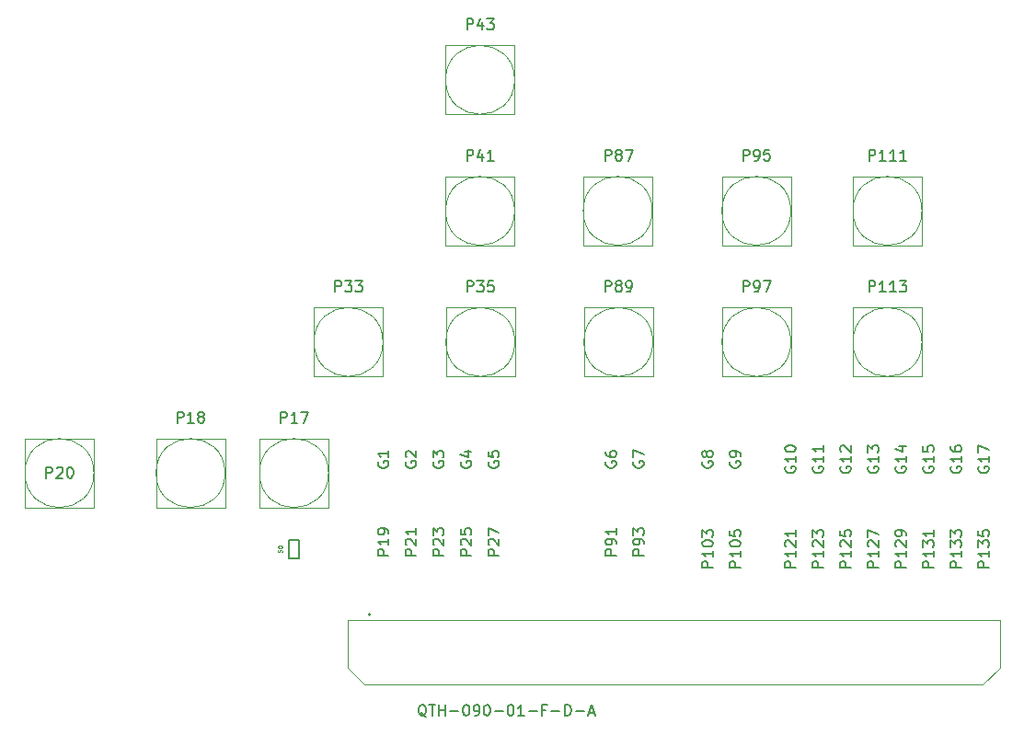
<source format=gbr>
%TF.GenerationSoftware,KiCad,Pcbnew,(6.0.8)*%
%TF.CreationDate,2022-10-28T14:48:27+02:00*%
%TF.ProjectId,XEM8350-BRK-MC1,58454d38-3335-4302-9d42-524b2d4d4331,rev?*%
%TF.SameCoordinates,Original*%
%TF.FileFunction,AssemblyDrawing,Top*%
%FSLAX46Y46*%
G04 Gerber Fmt 4.6, Leading zero omitted, Abs format (unit mm)*
G04 Created by KiCad (PCBNEW (6.0.8)) date 2022-10-28 14:48:27*
%MOMM*%
%LPD*%
G01*
G04 APERTURE LIST*
%ADD10C,0.098425*%
%ADD11C,0.150000*%
%ADD12C,0.127000*%
%ADD13C,0.100000*%
%ADD14C,0.200000*%
G04 APERTURE END LIST*
D10*
%TO.C,R1*%
X112179401Y-125188738D02*
X112179401Y-125376215D01*
X112366878Y-125394962D01*
X112348130Y-125376215D01*
X112329383Y-125338719D01*
X112329383Y-125244981D01*
X112348130Y-125207486D01*
X112366878Y-125188738D01*
X112404373Y-125169990D01*
X112498112Y-125169990D01*
X112535607Y-125188738D01*
X112554355Y-125207486D01*
X112573102Y-125244981D01*
X112573102Y-125338719D01*
X112554355Y-125376215D01*
X112535607Y-125394962D01*
X112179401Y-124926271D02*
X112179401Y-124888775D01*
X112198149Y-124851280D01*
X112216897Y-124832532D01*
X112254392Y-124813785D01*
X112329383Y-124795037D01*
X112423121Y-124795037D01*
X112498112Y-124813785D01*
X112535607Y-124832532D01*
X112554355Y-124851280D01*
X112573102Y-124888775D01*
X112573102Y-124926271D01*
X112554355Y-124963766D01*
X112535607Y-124982514D01*
X112498112Y-125001261D01*
X112423121Y-125020009D01*
X112329383Y-125020009D01*
X112254392Y-125001261D01*
X112216897Y-124982514D01*
X112198149Y-124963766D01*
X112179401Y-124926271D01*
D11*
%TO.C,MC1*%
X125837857Y-140532619D02*
X125742619Y-140485000D01*
X125647380Y-140389761D01*
X125504523Y-140246904D01*
X125409285Y-140199285D01*
X125314047Y-140199285D01*
X125361666Y-140437380D02*
X125266428Y-140389761D01*
X125171190Y-140294523D01*
X125123571Y-140104047D01*
X125123571Y-139770714D01*
X125171190Y-139580238D01*
X125266428Y-139485000D01*
X125361666Y-139437380D01*
X125552142Y-139437380D01*
X125647380Y-139485000D01*
X125742619Y-139580238D01*
X125790238Y-139770714D01*
X125790238Y-140104047D01*
X125742619Y-140294523D01*
X125647380Y-140389761D01*
X125552142Y-140437380D01*
X125361666Y-140437380D01*
X126075952Y-139437380D02*
X126647380Y-139437380D01*
X126361666Y-140437380D02*
X126361666Y-139437380D01*
X126980714Y-140437380D02*
X126980714Y-139437380D01*
X126980714Y-139913571D02*
X127552142Y-139913571D01*
X127552142Y-140437380D02*
X127552142Y-139437380D01*
X128028333Y-140056428D02*
X128790238Y-140056428D01*
X129456904Y-139437380D02*
X129552142Y-139437380D01*
X129647380Y-139485000D01*
X129695000Y-139532619D01*
X129742619Y-139627857D01*
X129790238Y-139818333D01*
X129790238Y-140056428D01*
X129742619Y-140246904D01*
X129695000Y-140342142D01*
X129647380Y-140389761D01*
X129552142Y-140437380D01*
X129456904Y-140437380D01*
X129361666Y-140389761D01*
X129314047Y-140342142D01*
X129266428Y-140246904D01*
X129218809Y-140056428D01*
X129218809Y-139818333D01*
X129266428Y-139627857D01*
X129314047Y-139532619D01*
X129361666Y-139485000D01*
X129456904Y-139437380D01*
X130266428Y-140437380D02*
X130456904Y-140437380D01*
X130552142Y-140389761D01*
X130599761Y-140342142D01*
X130695000Y-140199285D01*
X130742619Y-140008809D01*
X130742619Y-139627857D01*
X130695000Y-139532619D01*
X130647380Y-139485000D01*
X130552142Y-139437380D01*
X130361666Y-139437380D01*
X130266428Y-139485000D01*
X130218809Y-139532619D01*
X130171190Y-139627857D01*
X130171190Y-139865952D01*
X130218809Y-139961190D01*
X130266428Y-140008809D01*
X130361666Y-140056428D01*
X130552142Y-140056428D01*
X130647380Y-140008809D01*
X130695000Y-139961190D01*
X130742619Y-139865952D01*
X131361666Y-139437380D02*
X131456904Y-139437380D01*
X131552142Y-139485000D01*
X131599761Y-139532619D01*
X131647380Y-139627857D01*
X131695000Y-139818333D01*
X131695000Y-140056428D01*
X131647380Y-140246904D01*
X131599761Y-140342142D01*
X131552142Y-140389761D01*
X131456904Y-140437380D01*
X131361666Y-140437380D01*
X131266428Y-140389761D01*
X131218809Y-140342142D01*
X131171190Y-140246904D01*
X131123571Y-140056428D01*
X131123571Y-139818333D01*
X131171190Y-139627857D01*
X131218809Y-139532619D01*
X131266428Y-139485000D01*
X131361666Y-139437380D01*
X132123571Y-140056428D02*
X132885476Y-140056428D01*
X133552142Y-139437380D02*
X133647380Y-139437380D01*
X133742619Y-139485000D01*
X133790238Y-139532619D01*
X133837857Y-139627857D01*
X133885476Y-139818333D01*
X133885476Y-140056428D01*
X133837857Y-140246904D01*
X133790238Y-140342142D01*
X133742619Y-140389761D01*
X133647380Y-140437380D01*
X133552142Y-140437380D01*
X133456904Y-140389761D01*
X133409285Y-140342142D01*
X133361666Y-140246904D01*
X133314047Y-140056428D01*
X133314047Y-139818333D01*
X133361666Y-139627857D01*
X133409285Y-139532619D01*
X133456904Y-139485000D01*
X133552142Y-139437380D01*
X134837857Y-140437380D02*
X134266428Y-140437380D01*
X134552142Y-140437380D02*
X134552142Y-139437380D01*
X134456904Y-139580238D01*
X134361666Y-139675476D01*
X134266428Y-139723095D01*
X135266428Y-140056428D02*
X136028333Y-140056428D01*
X136837857Y-139913571D02*
X136504523Y-139913571D01*
X136504523Y-140437380D02*
X136504523Y-139437380D01*
X136980714Y-139437380D01*
X137361666Y-140056428D02*
X138123571Y-140056428D01*
X138599761Y-140437380D02*
X138599761Y-139437380D01*
X138837857Y-139437380D01*
X138980714Y-139485000D01*
X139075952Y-139580238D01*
X139123571Y-139675476D01*
X139171190Y-139865952D01*
X139171190Y-140008809D01*
X139123571Y-140199285D01*
X139075952Y-140294523D01*
X138980714Y-140389761D01*
X138837857Y-140437380D01*
X138599761Y-140437380D01*
X139599761Y-140056428D02*
X140361666Y-140056428D01*
X140790238Y-140151666D02*
X141266428Y-140151666D01*
X140695000Y-140437380D02*
X141028333Y-139437380D01*
X141361666Y-140437380D01*
%TO.C,P20*%
X90860714Y-118562380D02*
X90860714Y-117562380D01*
X91241666Y-117562380D01*
X91336904Y-117610000D01*
X91384523Y-117657619D01*
X91432142Y-117752857D01*
X91432142Y-117895714D01*
X91384523Y-117990952D01*
X91336904Y-118038571D01*
X91241666Y-118086190D01*
X90860714Y-118086190D01*
X91813095Y-117657619D02*
X91860714Y-117610000D01*
X91955952Y-117562380D01*
X92194047Y-117562380D01*
X92289285Y-117610000D01*
X92336904Y-117657619D01*
X92384523Y-117752857D01*
X92384523Y-117848095D01*
X92336904Y-117990952D01*
X91765476Y-118562380D01*
X92384523Y-118562380D01*
X93003571Y-117562380D02*
X93098809Y-117562380D01*
X93194047Y-117610000D01*
X93241666Y-117657619D01*
X93289285Y-117752857D01*
X93336904Y-117943333D01*
X93336904Y-118181428D01*
X93289285Y-118371904D01*
X93241666Y-118467142D01*
X93194047Y-118514761D01*
X93098809Y-118562380D01*
X93003571Y-118562380D01*
X92908333Y-118514761D01*
X92860714Y-118467142D01*
X92813095Y-118371904D01*
X92765476Y-118181428D01*
X92765476Y-117943333D01*
X92813095Y-117752857D01*
X92860714Y-117657619D01*
X92908333Y-117610000D01*
X93003571Y-117562380D01*
%TO.C,P25*%
X129992380Y-125674285D02*
X128992380Y-125674285D01*
X128992380Y-125293333D01*
X129040000Y-125198095D01*
X129087619Y-125150476D01*
X129182857Y-125102857D01*
X129325714Y-125102857D01*
X129420952Y-125150476D01*
X129468571Y-125198095D01*
X129516190Y-125293333D01*
X129516190Y-125674285D01*
X129087619Y-124721904D02*
X129040000Y-124674285D01*
X128992380Y-124579047D01*
X128992380Y-124340952D01*
X129040000Y-124245714D01*
X129087619Y-124198095D01*
X129182857Y-124150476D01*
X129278095Y-124150476D01*
X129420952Y-124198095D01*
X129992380Y-124769523D01*
X129992380Y-124150476D01*
X128992380Y-123245714D02*
X128992380Y-123721904D01*
X129468571Y-123769523D01*
X129420952Y-123721904D01*
X129373333Y-123626666D01*
X129373333Y-123388571D01*
X129420952Y-123293333D01*
X129468571Y-123245714D01*
X129563809Y-123198095D01*
X129801904Y-123198095D01*
X129897142Y-123245714D01*
X129944761Y-123293333D01*
X129992380Y-123388571D01*
X129992380Y-123626666D01*
X129944761Y-123721904D01*
X129897142Y-123769523D01*
%TO.C,P87*%
X142295714Y-89352380D02*
X142295714Y-88352380D01*
X142676666Y-88352380D01*
X142771904Y-88400000D01*
X142819523Y-88447619D01*
X142867142Y-88542857D01*
X142867142Y-88685714D01*
X142819523Y-88780952D01*
X142771904Y-88828571D01*
X142676666Y-88876190D01*
X142295714Y-88876190D01*
X143438571Y-88780952D02*
X143343333Y-88733333D01*
X143295714Y-88685714D01*
X143248095Y-88590476D01*
X143248095Y-88542857D01*
X143295714Y-88447619D01*
X143343333Y-88400000D01*
X143438571Y-88352380D01*
X143629047Y-88352380D01*
X143724285Y-88400000D01*
X143771904Y-88447619D01*
X143819523Y-88542857D01*
X143819523Y-88590476D01*
X143771904Y-88685714D01*
X143724285Y-88733333D01*
X143629047Y-88780952D01*
X143438571Y-88780952D01*
X143343333Y-88828571D01*
X143295714Y-88876190D01*
X143248095Y-88971428D01*
X143248095Y-89161904D01*
X143295714Y-89257142D01*
X143343333Y-89304761D01*
X143438571Y-89352380D01*
X143629047Y-89352380D01*
X143724285Y-89304761D01*
X143771904Y-89257142D01*
X143819523Y-89161904D01*
X143819523Y-88971428D01*
X143771904Y-88876190D01*
X143724285Y-88828571D01*
X143629047Y-88780952D01*
X144152857Y-88352380D02*
X144819523Y-88352380D01*
X144390952Y-89352380D01*
%TO.C,G3*%
X126500000Y-117054285D02*
X126452380Y-117149523D01*
X126452380Y-117292380D01*
X126500000Y-117435238D01*
X126595238Y-117530476D01*
X126690476Y-117578095D01*
X126880952Y-117625714D01*
X127023809Y-117625714D01*
X127214285Y-117578095D01*
X127309523Y-117530476D01*
X127404761Y-117435238D01*
X127452380Y-117292380D01*
X127452380Y-117197142D01*
X127404761Y-117054285D01*
X127357142Y-117006666D01*
X127023809Y-117006666D01*
X127023809Y-117197142D01*
X126452380Y-116673333D02*
X126452380Y-116054285D01*
X126833333Y-116387619D01*
X126833333Y-116244761D01*
X126880952Y-116149523D01*
X126928571Y-116101904D01*
X127023809Y-116054285D01*
X127261904Y-116054285D01*
X127357142Y-116101904D01*
X127404761Y-116149523D01*
X127452380Y-116244761D01*
X127452380Y-116530476D01*
X127404761Y-116625714D01*
X127357142Y-116673333D01*
%TO.C,G6*%
X142375000Y-117054285D02*
X142327380Y-117149523D01*
X142327380Y-117292380D01*
X142375000Y-117435238D01*
X142470238Y-117530476D01*
X142565476Y-117578095D01*
X142755952Y-117625714D01*
X142898809Y-117625714D01*
X143089285Y-117578095D01*
X143184523Y-117530476D01*
X143279761Y-117435238D01*
X143327380Y-117292380D01*
X143327380Y-117197142D01*
X143279761Y-117054285D01*
X143232142Y-117006666D01*
X142898809Y-117006666D01*
X142898809Y-117197142D01*
X142327380Y-116149523D02*
X142327380Y-116340000D01*
X142375000Y-116435238D01*
X142422619Y-116482857D01*
X142565476Y-116578095D01*
X142755952Y-116625714D01*
X143136904Y-116625714D01*
X143232142Y-116578095D01*
X143279761Y-116530476D01*
X143327380Y-116435238D01*
X143327380Y-116244761D01*
X143279761Y-116149523D01*
X143232142Y-116101904D01*
X143136904Y-116054285D01*
X142898809Y-116054285D01*
X142803571Y-116101904D01*
X142755952Y-116149523D01*
X142708333Y-116244761D01*
X142708333Y-116435238D01*
X142755952Y-116530476D01*
X142803571Y-116578095D01*
X142898809Y-116625714D01*
%TO.C,P97*%
X155001343Y-101417380D02*
X155001343Y-100417380D01*
X155382295Y-100417380D01*
X155477533Y-100465000D01*
X155525152Y-100512619D01*
X155572771Y-100607857D01*
X155572771Y-100750714D01*
X155525152Y-100845952D01*
X155477533Y-100893571D01*
X155382295Y-100941190D01*
X155001343Y-100941190D01*
X156048962Y-101417380D02*
X156239438Y-101417380D01*
X156334676Y-101369761D01*
X156382295Y-101322142D01*
X156477533Y-101179285D01*
X156525152Y-100988809D01*
X156525152Y-100607857D01*
X156477533Y-100512619D01*
X156429914Y-100465000D01*
X156334676Y-100417380D01*
X156144200Y-100417380D01*
X156048962Y-100465000D01*
X156001343Y-100512619D01*
X155953724Y-100607857D01*
X155953724Y-100845952D01*
X156001343Y-100941190D01*
X156048962Y-100988809D01*
X156144200Y-101036428D01*
X156334676Y-101036428D01*
X156429914Y-100988809D01*
X156477533Y-100941190D01*
X156525152Y-100845952D01*
X156858486Y-100417380D02*
X157525152Y-100417380D01*
X157096581Y-101417380D01*
%TO.C,P121*%
X159837380Y-126785476D02*
X158837380Y-126785476D01*
X158837380Y-126404523D01*
X158885000Y-126309285D01*
X158932619Y-126261666D01*
X159027857Y-126214047D01*
X159170714Y-126214047D01*
X159265952Y-126261666D01*
X159313571Y-126309285D01*
X159361190Y-126404523D01*
X159361190Y-126785476D01*
X159837380Y-125261666D02*
X159837380Y-125833095D01*
X159837380Y-125547380D02*
X158837380Y-125547380D01*
X158980238Y-125642619D01*
X159075476Y-125737857D01*
X159123095Y-125833095D01*
X158932619Y-124880714D02*
X158885000Y-124833095D01*
X158837380Y-124737857D01*
X158837380Y-124499761D01*
X158885000Y-124404523D01*
X158932619Y-124356904D01*
X159027857Y-124309285D01*
X159123095Y-124309285D01*
X159265952Y-124356904D01*
X159837380Y-124928333D01*
X159837380Y-124309285D01*
X159837380Y-123356904D02*
X159837380Y-123928333D01*
X159837380Y-123642619D02*
X158837380Y-123642619D01*
X158980238Y-123737857D01*
X159075476Y-123833095D01*
X159123095Y-123928333D01*
%TO.C,P131*%
X172537380Y-126785476D02*
X171537380Y-126785476D01*
X171537380Y-126404523D01*
X171585000Y-126309285D01*
X171632619Y-126261666D01*
X171727857Y-126214047D01*
X171870714Y-126214047D01*
X171965952Y-126261666D01*
X172013571Y-126309285D01*
X172061190Y-126404523D01*
X172061190Y-126785476D01*
X172537380Y-125261666D02*
X172537380Y-125833095D01*
X172537380Y-125547380D02*
X171537380Y-125547380D01*
X171680238Y-125642619D01*
X171775476Y-125737857D01*
X171823095Y-125833095D01*
X171537380Y-124928333D02*
X171537380Y-124309285D01*
X171918333Y-124642619D01*
X171918333Y-124499761D01*
X171965952Y-124404523D01*
X172013571Y-124356904D01*
X172108809Y-124309285D01*
X172346904Y-124309285D01*
X172442142Y-124356904D01*
X172489761Y-124404523D01*
X172537380Y-124499761D01*
X172537380Y-124785476D01*
X172489761Y-124880714D01*
X172442142Y-124928333D01*
X172537380Y-123356904D02*
X172537380Y-123928333D01*
X172537380Y-123642619D02*
X171537380Y-123642619D01*
X171680238Y-123737857D01*
X171775476Y-123833095D01*
X171823095Y-123928333D01*
%TO.C,P91*%
X143327380Y-125674285D02*
X142327380Y-125674285D01*
X142327380Y-125293333D01*
X142375000Y-125198095D01*
X142422619Y-125150476D01*
X142517857Y-125102857D01*
X142660714Y-125102857D01*
X142755952Y-125150476D01*
X142803571Y-125198095D01*
X142851190Y-125293333D01*
X142851190Y-125674285D01*
X143327380Y-124626666D02*
X143327380Y-124436190D01*
X143279761Y-124340952D01*
X143232142Y-124293333D01*
X143089285Y-124198095D01*
X142898809Y-124150476D01*
X142517857Y-124150476D01*
X142422619Y-124198095D01*
X142375000Y-124245714D01*
X142327380Y-124340952D01*
X142327380Y-124531428D01*
X142375000Y-124626666D01*
X142422619Y-124674285D01*
X142517857Y-124721904D01*
X142755952Y-124721904D01*
X142851190Y-124674285D01*
X142898809Y-124626666D01*
X142946428Y-124531428D01*
X142946428Y-124340952D01*
X142898809Y-124245714D01*
X142851190Y-124198095D01*
X142755952Y-124150476D01*
X143327380Y-123198095D02*
X143327380Y-123769523D01*
X143327380Y-123483809D02*
X142327380Y-123483809D01*
X142470238Y-123579047D01*
X142565476Y-123674285D01*
X142613095Y-123769523D01*
%TO.C,G5*%
X131580000Y-117054285D02*
X131532380Y-117149523D01*
X131532380Y-117292380D01*
X131580000Y-117435238D01*
X131675238Y-117530476D01*
X131770476Y-117578095D01*
X131960952Y-117625714D01*
X132103809Y-117625714D01*
X132294285Y-117578095D01*
X132389523Y-117530476D01*
X132484761Y-117435238D01*
X132532380Y-117292380D01*
X132532380Y-117197142D01*
X132484761Y-117054285D01*
X132437142Y-117006666D01*
X132103809Y-117006666D01*
X132103809Y-117197142D01*
X131532380Y-116101904D02*
X131532380Y-116578095D01*
X132008571Y-116625714D01*
X131960952Y-116578095D01*
X131913333Y-116482857D01*
X131913333Y-116244761D01*
X131960952Y-116149523D01*
X132008571Y-116101904D01*
X132103809Y-116054285D01*
X132341904Y-116054285D01*
X132437142Y-116101904D01*
X132484761Y-116149523D01*
X132532380Y-116244761D01*
X132532380Y-116482857D01*
X132484761Y-116578095D01*
X132437142Y-116625714D01*
%TO.C,P41*%
X129575398Y-89352380D02*
X129575398Y-88352380D01*
X129956350Y-88352380D01*
X130051588Y-88400000D01*
X130099207Y-88447619D01*
X130146826Y-88542857D01*
X130146826Y-88685714D01*
X130099207Y-88780952D01*
X130051588Y-88828571D01*
X129956350Y-88876190D01*
X129575398Y-88876190D01*
X131003969Y-88685714D02*
X131003969Y-89352380D01*
X130765874Y-88304761D02*
X130527779Y-89019047D01*
X131146826Y-89019047D01*
X132051588Y-89352380D02*
X131480160Y-89352380D01*
X131765874Y-89352380D02*
X131765874Y-88352380D01*
X131670636Y-88495238D01*
X131575398Y-88590476D01*
X131480160Y-88638095D01*
%TO.C,G10*%
X158885000Y-117530476D02*
X158837380Y-117625714D01*
X158837380Y-117768571D01*
X158885000Y-117911428D01*
X158980238Y-118006666D01*
X159075476Y-118054285D01*
X159265952Y-118101904D01*
X159408809Y-118101904D01*
X159599285Y-118054285D01*
X159694523Y-118006666D01*
X159789761Y-117911428D01*
X159837380Y-117768571D01*
X159837380Y-117673333D01*
X159789761Y-117530476D01*
X159742142Y-117482857D01*
X159408809Y-117482857D01*
X159408809Y-117673333D01*
X159837380Y-116530476D02*
X159837380Y-117101904D01*
X159837380Y-116816190D02*
X158837380Y-116816190D01*
X158980238Y-116911428D01*
X159075476Y-117006666D01*
X159123095Y-117101904D01*
X158837380Y-115911428D02*
X158837380Y-115816190D01*
X158885000Y-115720952D01*
X158932619Y-115673333D01*
X159027857Y-115625714D01*
X159218333Y-115578095D01*
X159456428Y-115578095D01*
X159646904Y-115625714D01*
X159742142Y-115673333D01*
X159789761Y-115720952D01*
X159837380Y-115816190D01*
X159837380Y-115911428D01*
X159789761Y-116006666D01*
X159742142Y-116054285D01*
X159646904Y-116101904D01*
X159456428Y-116149523D01*
X159218333Y-116149523D01*
X159027857Y-116101904D01*
X158932619Y-116054285D01*
X158885000Y-116006666D01*
X158837380Y-115911428D01*
%TO.C,P17*%
X112450714Y-113482380D02*
X112450714Y-112482380D01*
X112831666Y-112482380D01*
X112926904Y-112530000D01*
X112974523Y-112577619D01*
X113022142Y-112672857D01*
X113022142Y-112815714D01*
X112974523Y-112910952D01*
X112926904Y-112958571D01*
X112831666Y-113006190D01*
X112450714Y-113006190D01*
X113974523Y-113482380D02*
X113403095Y-113482380D01*
X113688809Y-113482380D02*
X113688809Y-112482380D01*
X113593571Y-112625238D01*
X113498333Y-112720476D01*
X113403095Y-112768095D01*
X114307857Y-112482380D02*
X114974523Y-112482380D01*
X114545952Y-113482380D01*
%TO.C,P33*%
X117461964Y-101417380D02*
X117461964Y-100417380D01*
X117842916Y-100417380D01*
X117938154Y-100465000D01*
X117985773Y-100512619D01*
X118033392Y-100607857D01*
X118033392Y-100750714D01*
X117985773Y-100845952D01*
X117938154Y-100893571D01*
X117842916Y-100941190D01*
X117461964Y-100941190D01*
X118366726Y-100417380D02*
X118985773Y-100417380D01*
X118652440Y-100798333D01*
X118795297Y-100798333D01*
X118890535Y-100845952D01*
X118938154Y-100893571D01*
X118985773Y-100988809D01*
X118985773Y-101226904D01*
X118938154Y-101322142D01*
X118890535Y-101369761D01*
X118795297Y-101417380D01*
X118509583Y-101417380D01*
X118414345Y-101369761D01*
X118366726Y-101322142D01*
X119319107Y-100417380D02*
X119938154Y-100417380D01*
X119604821Y-100798333D01*
X119747678Y-100798333D01*
X119842916Y-100845952D01*
X119890535Y-100893571D01*
X119938154Y-100988809D01*
X119938154Y-101226904D01*
X119890535Y-101322142D01*
X119842916Y-101369761D01*
X119747678Y-101417380D01*
X119461964Y-101417380D01*
X119366726Y-101369761D01*
X119319107Y-101322142D01*
%TO.C,P123*%
X162377380Y-126785476D02*
X161377380Y-126785476D01*
X161377380Y-126404523D01*
X161425000Y-126309285D01*
X161472619Y-126261666D01*
X161567857Y-126214047D01*
X161710714Y-126214047D01*
X161805952Y-126261666D01*
X161853571Y-126309285D01*
X161901190Y-126404523D01*
X161901190Y-126785476D01*
X162377380Y-125261666D02*
X162377380Y-125833095D01*
X162377380Y-125547380D02*
X161377380Y-125547380D01*
X161520238Y-125642619D01*
X161615476Y-125737857D01*
X161663095Y-125833095D01*
X161472619Y-124880714D02*
X161425000Y-124833095D01*
X161377380Y-124737857D01*
X161377380Y-124499761D01*
X161425000Y-124404523D01*
X161472619Y-124356904D01*
X161567857Y-124309285D01*
X161663095Y-124309285D01*
X161805952Y-124356904D01*
X162377380Y-124928333D01*
X162377380Y-124309285D01*
X161377380Y-123975952D02*
X161377380Y-123356904D01*
X161758333Y-123690238D01*
X161758333Y-123547380D01*
X161805952Y-123452142D01*
X161853571Y-123404523D01*
X161948809Y-123356904D01*
X162186904Y-123356904D01*
X162282142Y-123404523D01*
X162329761Y-123452142D01*
X162377380Y-123547380D01*
X162377380Y-123833095D01*
X162329761Y-123928333D01*
X162282142Y-123975952D01*
%TO.C,P89*%
X142295714Y-101417380D02*
X142295714Y-100417380D01*
X142676666Y-100417380D01*
X142771904Y-100465000D01*
X142819523Y-100512619D01*
X142867142Y-100607857D01*
X142867142Y-100750714D01*
X142819523Y-100845952D01*
X142771904Y-100893571D01*
X142676666Y-100941190D01*
X142295714Y-100941190D01*
X143438571Y-100845952D02*
X143343333Y-100798333D01*
X143295714Y-100750714D01*
X143248095Y-100655476D01*
X143248095Y-100607857D01*
X143295714Y-100512619D01*
X143343333Y-100465000D01*
X143438571Y-100417380D01*
X143629047Y-100417380D01*
X143724285Y-100465000D01*
X143771904Y-100512619D01*
X143819523Y-100607857D01*
X143819523Y-100655476D01*
X143771904Y-100750714D01*
X143724285Y-100798333D01*
X143629047Y-100845952D01*
X143438571Y-100845952D01*
X143343333Y-100893571D01*
X143295714Y-100941190D01*
X143248095Y-101036428D01*
X143248095Y-101226904D01*
X143295714Y-101322142D01*
X143343333Y-101369761D01*
X143438571Y-101417380D01*
X143629047Y-101417380D01*
X143724285Y-101369761D01*
X143771904Y-101322142D01*
X143819523Y-101226904D01*
X143819523Y-101036428D01*
X143771904Y-100941190D01*
X143724285Y-100893571D01*
X143629047Y-100845952D01*
X144295714Y-101417380D02*
X144486190Y-101417380D01*
X144581428Y-101369761D01*
X144629047Y-101322142D01*
X144724285Y-101179285D01*
X144771904Y-100988809D01*
X144771904Y-100607857D01*
X144724285Y-100512619D01*
X144676666Y-100465000D01*
X144581428Y-100417380D01*
X144390952Y-100417380D01*
X144295714Y-100465000D01*
X144248095Y-100512619D01*
X144200476Y-100607857D01*
X144200476Y-100845952D01*
X144248095Y-100941190D01*
X144295714Y-100988809D01*
X144390952Y-101036428D01*
X144581428Y-101036428D01*
X144676666Y-100988809D01*
X144724285Y-100941190D01*
X144771904Y-100845952D01*
%TO.C,G12*%
X163965000Y-117530476D02*
X163917380Y-117625714D01*
X163917380Y-117768571D01*
X163965000Y-117911428D01*
X164060238Y-118006666D01*
X164155476Y-118054285D01*
X164345952Y-118101904D01*
X164488809Y-118101904D01*
X164679285Y-118054285D01*
X164774523Y-118006666D01*
X164869761Y-117911428D01*
X164917380Y-117768571D01*
X164917380Y-117673333D01*
X164869761Y-117530476D01*
X164822142Y-117482857D01*
X164488809Y-117482857D01*
X164488809Y-117673333D01*
X164917380Y-116530476D02*
X164917380Y-117101904D01*
X164917380Y-116816190D02*
X163917380Y-116816190D01*
X164060238Y-116911428D01*
X164155476Y-117006666D01*
X164203095Y-117101904D01*
X164012619Y-116149523D02*
X163965000Y-116101904D01*
X163917380Y-116006666D01*
X163917380Y-115768571D01*
X163965000Y-115673333D01*
X164012619Y-115625714D01*
X164107857Y-115578095D01*
X164203095Y-115578095D01*
X164345952Y-115625714D01*
X164917380Y-116197142D01*
X164917380Y-115578095D01*
%TO.C,G8*%
X151265000Y-117054285D02*
X151217380Y-117149523D01*
X151217380Y-117292380D01*
X151265000Y-117435238D01*
X151360238Y-117530476D01*
X151455476Y-117578095D01*
X151645952Y-117625714D01*
X151788809Y-117625714D01*
X151979285Y-117578095D01*
X152074523Y-117530476D01*
X152169761Y-117435238D01*
X152217380Y-117292380D01*
X152217380Y-117197142D01*
X152169761Y-117054285D01*
X152122142Y-117006666D01*
X151788809Y-117006666D01*
X151788809Y-117197142D01*
X151645952Y-116435238D02*
X151598333Y-116530476D01*
X151550714Y-116578095D01*
X151455476Y-116625714D01*
X151407857Y-116625714D01*
X151312619Y-116578095D01*
X151265000Y-116530476D01*
X151217380Y-116435238D01*
X151217380Y-116244761D01*
X151265000Y-116149523D01*
X151312619Y-116101904D01*
X151407857Y-116054285D01*
X151455476Y-116054285D01*
X151550714Y-116101904D01*
X151598333Y-116149523D01*
X151645952Y-116244761D01*
X151645952Y-116435238D01*
X151693571Y-116530476D01*
X151741190Y-116578095D01*
X151836428Y-116625714D01*
X152026904Y-116625714D01*
X152122142Y-116578095D01*
X152169761Y-116530476D01*
X152217380Y-116435238D01*
X152217380Y-116244761D01*
X152169761Y-116149523D01*
X152122142Y-116101904D01*
X152026904Y-116054285D01*
X151836428Y-116054285D01*
X151741190Y-116101904D01*
X151693571Y-116149523D01*
X151645952Y-116244761D01*
%TO.C,G9*%
X153805000Y-117054285D02*
X153757380Y-117149523D01*
X153757380Y-117292380D01*
X153805000Y-117435238D01*
X153900238Y-117530476D01*
X153995476Y-117578095D01*
X154185952Y-117625714D01*
X154328809Y-117625714D01*
X154519285Y-117578095D01*
X154614523Y-117530476D01*
X154709761Y-117435238D01*
X154757380Y-117292380D01*
X154757380Y-117197142D01*
X154709761Y-117054285D01*
X154662142Y-117006666D01*
X154328809Y-117006666D01*
X154328809Y-117197142D01*
X154757380Y-116530476D02*
X154757380Y-116340000D01*
X154709761Y-116244761D01*
X154662142Y-116197142D01*
X154519285Y-116101904D01*
X154328809Y-116054285D01*
X153947857Y-116054285D01*
X153852619Y-116101904D01*
X153805000Y-116149523D01*
X153757380Y-116244761D01*
X153757380Y-116435238D01*
X153805000Y-116530476D01*
X153852619Y-116578095D01*
X153947857Y-116625714D01*
X154185952Y-116625714D01*
X154281190Y-116578095D01*
X154328809Y-116530476D01*
X154376428Y-116435238D01*
X154376428Y-116244761D01*
X154328809Y-116149523D01*
X154281190Y-116101904D01*
X154185952Y-116054285D01*
%TO.C,P111*%
X166584523Y-89352380D02*
X166584523Y-88352380D01*
X166965476Y-88352380D01*
X167060714Y-88400000D01*
X167108333Y-88447619D01*
X167155952Y-88542857D01*
X167155952Y-88685714D01*
X167108333Y-88780952D01*
X167060714Y-88828571D01*
X166965476Y-88876190D01*
X166584523Y-88876190D01*
X168108333Y-89352380D02*
X167536904Y-89352380D01*
X167822619Y-89352380D02*
X167822619Y-88352380D01*
X167727380Y-88495238D01*
X167632142Y-88590476D01*
X167536904Y-88638095D01*
X169060714Y-89352380D02*
X168489285Y-89352380D01*
X168775000Y-89352380D02*
X168775000Y-88352380D01*
X168679761Y-88495238D01*
X168584523Y-88590476D01*
X168489285Y-88638095D01*
X170013095Y-89352380D02*
X169441666Y-89352380D01*
X169727380Y-89352380D02*
X169727380Y-88352380D01*
X169632142Y-88495238D01*
X169536904Y-88590476D01*
X169441666Y-88638095D01*
%TO.C,G15*%
X171585000Y-117530476D02*
X171537380Y-117625714D01*
X171537380Y-117768571D01*
X171585000Y-117911428D01*
X171680238Y-118006666D01*
X171775476Y-118054285D01*
X171965952Y-118101904D01*
X172108809Y-118101904D01*
X172299285Y-118054285D01*
X172394523Y-118006666D01*
X172489761Y-117911428D01*
X172537380Y-117768571D01*
X172537380Y-117673333D01*
X172489761Y-117530476D01*
X172442142Y-117482857D01*
X172108809Y-117482857D01*
X172108809Y-117673333D01*
X172537380Y-116530476D02*
X172537380Y-117101904D01*
X172537380Y-116816190D02*
X171537380Y-116816190D01*
X171680238Y-116911428D01*
X171775476Y-117006666D01*
X171823095Y-117101904D01*
X171537380Y-115625714D02*
X171537380Y-116101904D01*
X172013571Y-116149523D01*
X171965952Y-116101904D01*
X171918333Y-116006666D01*
X171918333Y-115768571D01*
X171965952Y-115673333D01*
X172013571Y-115625714D01*
X172108809Y-115578095D01*
X172346904Y-115578095D01*
X172442142Y-115625714D01*
X172489761Y-115673333D01*
X172537380Y-115768571D01*
X172537380Y-116006666D01*
X172489761Y-116101904D01*
X172442142Y-116149523D01*
%TO.C,G17*%
X176665000Y-117530476D02*
X176617380Y-117625714D01*
X176617380Y-117768571D01*
X176665000Y-117911428D01*
X176760238Y-118006666D01*
X176855476Y-118054285D01*
X177045952Y-118101904D01*
X177188809Y-118101904D01*
X177379285Y-118054285D01*
X177474523Y-118006666D01*
X177569761Y-117911428D01*
X177617380Y-117768571D01*
X177617380Y-117673333D01*
X177569761Y-117530476D01*
X177522142Y-117482857D01*
X177188809Y-117482857D01*
X177188809Y-117673333D01*
X177617380Y-116530476D02*
X177617380Y-117101904D01*
X177617380Y-116816190D02*
X176617380Y-116816190D01*
X176760238Y-116911428D01*
X176855476Y-117006666D01*
X176903095Y-117101904D01*
X176617380Y-116197142D02*
X176617380Y-115530476D01*
X177617380Y-115959047D01*
%TO.C,P135*%
X177617380Y-126785476D02*
X176617380Y-126785476D01*
X176617380Y-126404523D01*
X176665000Y-126309285D01*
X176712619Y-126261666D01*
X176807857Y-126214047D01*
X176950714Y-126214047D01*
X177045952Y-126261666D01*
X177093571Y-126309285D01*
X177141190Y-126404523D01*
X177141190Y-126785476D01*
X177617380Y-125261666D02*
X177617380Y-125833095D01*
X177617380Y-125547380D02*
X176617380Y-125547380D01*
X176760238Y-125642619D01*
X176855476Y-125737857D01*
X176903095Y-125833095D01*
X176617380Y-124928333D02*
X176617380Y-124309285D01*
X176998333Y-124642619D01*
X176998333Y-124499761D01*
X177045952Y-124404523D01*
X177093571Y-124356904D01*
X177188809Y-124309285D01*
X177426904Y-124309285D01*
X177522142Y-124356904D01*
X177569761Y-124404523D01*
X177617380Y-124499761D01*
X177617380Y-124785476D01*
X177569761Y-124880714D01*
X177522142Y-124928333D01*
X176617380Y-123404523D02*
X176617380Y-123880714D01*
X177093571Y-123928333D01*
X177045952Y-123880714D01*
X176998333Y-123785476D01*
X176998333Y-123547380D01*
X177045952Y-123452142D01*
X177093571Y-123404523D01*
X177188809Y-123356904D01*
X177426904Y-123356904D01*
X177522142Y-123404523D01*
X177569761Y-123452142D01*
X177617380Y-123547380D01*
X177617380Y-123785476D01*
X177569761Y-123880714D01*
X177522142Y-123928333D01*
%TO.C,P133*%
X175077380Y-126785476D02*
X174077380Y-126785476D01*
X174077380Y-126404523D01*
X174125000Y-126309285D01*
X174172619Y-126261666D01*
X174267857Y-126214047D01*
X174410714Y-126214047D01*
X174505952Y-126261666D01*
X174553571Y-126309285D01*
X174601190Y-126404523D01*
X174601190Y-126785476D01*
X175077380Y-125261666D02*
X175077380Y-125833095D01*
X175077380Y-125547380D02*
X174077380Y-125547380D01*
X174220238Y-125642619D01*
X174315476Y-125737857D01*
X174363095Y-125833095D01*
X174077380Y-124928333D02*
X174077380Y-124309285D01*
X174458333Y-124642619D01*
X174458333Y-124499761D01*
X174505952Y-124404523D01*
X174553571Y-124356904D01*
X174648809Y-124309285D01*
X174886904Y-124309285D01*
X174982142Y-124356904D01*
X175029761Y-124404523D01*
X175077380Y-124499761D01*
X175077380Y-124785476D01*
X175029761Y-124880714D01*
X174982142Y-124928333D01*
X174077380Y-123975952D02*
X174077380Y-123356904D01*
X174458333Y-123690238D01*
X174458333Y-123547380D01*
X174505952Y-123452142D01*
X174553571Y-123404523D01*
X174648809Y-123356904D01*
X174886904Y-123356904D01*
X174982142Y-123404523D01*
X175029761Y-123452142D01*
X175077380Y-123547380D01*
X175077380Y-123833095D01*
X175029761Y-123928333D01*
X174982142Y-123975952D01*
%TO.C,G16*%
X174125000Y-117530476D02*
X174077380Y-117625714D01*
X174077380Y-117768571D01*
X174125000Y-117911428D01*
X174220238Y-118006666D01*
X174315476Y-118054285D01*
X174505952Y-118101904D01*
X174648809Y-118101904D01*
X174839285Y-118054285D01*
X174934523Y-118006666D01*
X175029761Y-117911428D01*
X175077380Y-117768571D01*
X175077380Y-117673333D01*
X175029761Y-117530476D01*
X174982142Y-117482857D01*
X174648809Y-117482857D01*
X174648809Y-117673333D01*
X175077380Y-116530476D02*
X175077380Y-117101904D01*
X175077380Y-116816190D02*
X174077380Y-116816190D01*
X174220238Y-116911428D01*
X174315476Y-117006666D01*
X174363095Y-117101904D01*
X174077380Y-115673333D02*
X174077380Y-115863809D01*
X174125000Y-115959047D01*
X174172619Y-116006666D01*
X174315476Y-116101904D01*
X174505952Y-116149523D01*
X174886904Y-116149523D01*
X174982142Y-116101904D01*
X175029761Y-116054285D01*
X175077380Y-115959047D01*
X175077380Y-115768571D01*
X175029761Y-115673333D01*
X174982142Y-115625714D01*
X174886904Y-115578095D01*
X174648809Y-115578095D01*
X174553571Y-115625714D01*
X174505952Y-115673333D01*
X174458333Y-115768571D01*
X174458333Y-115959047D01*
X174505952Y-116054285D01*
X174553571Y-116101904D01*
X174648809Y-116149523D01*
%TO.C,P43*%
X129575398Y-77287380D02*
X129575398Y-76287380D01*
X129956350Y-76287380D01*
X130051588Y-76335000D01*
X130099207Y-76382619D01*
X130146826Y-76477857D01*
X130146826Y-76620714D01*
X130099207Y-76715952D01*
X130051588Y-76763571D01*
X129956350Y-76811190D01*
X129575398Y-76811190D01*
X131003969Y-76620714D02*
X131003969Y-77287380D01*
X130765874Y-76239761D02*
X130527779Y-76954047D01*
X131146826Y-76954047D01*
X131432541Y-76287380D02*
X132051588Y-76287380D01*
X131718255Y-76668333D01*
X131861112Y-76668333D01*
X131956350Y-76715952D01*
X132003969Y-76763571D01*
X132051588Y-76858809D01*
X132051588Y-77096904D01*
X132003969Y-77192142D01*
X131956350Y-77239761D01*
X131861112Y-77287380D01*
X131575398Y-77287380D01*
X131480160Y-77239761D01*
X131432541Y-77192142D01*
%TO.C,P129*%
X169997380Y-126785476D02*
X168997380Y-126785476D01*
X168997380Y-126404523D01*
X169045000Y-126309285D01*
X169092619Y-126261666D01*
X169187857Y-126214047D01*
X169330714Y-126214047D01*
X169425952Y-126261666D01*
X169473571Y-126309285D01*
X169521190Y-126404523D01*
X169521190Y-126785476D01*
X169997380Y-125261666D02*
X169997380Y-125833095D01*
X169997380Y-125547380D02*
X168997380Y-125547380D01*
X169140238Y-125642619D01*
X169235476Y-125737857D01*
X169283095Y-125833095D01*
X169092619Y-124880714D02*
X169045000Y-124833095D01*
X168997380Y-124737857D01*
X168997380Y-124499761D01*
X169045000Y-124404523D01*
X169092619Y-124356904D01*
X169187857Y-124309285D01*
X169283095Y-124309285D01*
X169425952Y-124356904D01*
X169997380Y-124928333D01*
X169997380Y-124309285D01*
X169997380Y-123833095D02*
X169997380Y-123642619D01*
X169949761Y-123547380D01*
X169902142Y-123499761D01*
X169759285Y-123404523D01*
X169568809Y-123356904D01*
X169187857Y-123356904D01*
X169092619Y-123404523D01*
X169045000Y-123452142D01*
X168997380Y-123547380D01*
X168997380Y-123737857D01*
X169045000Y-123833095D01*
X169092619Y-123880714D01*
X169187857Y-123928333D01*
X169425952Y-123928333D01*
X169521190Y-123880714D01*
X169568809Y-123833095D01*
X169616428Y-123737857D01*
X169616428Y-123547380D01*
X169568809Y-123452142D01*
X169521190Y-123404523D01*
X169425952Y-123356904D01*
%TO.C,P21*%
X124912380Y-125674285D02*
X123912380Y-125674285D01*
X123912380Y-125293333D01*
X123960000Y-125198095D01*
X124007619Y-125150476D01*
X124102857Y-125102857D01*
X124245714Y-125102857D01*
X124340952Y-125150476D01*
X124388571Y-125198095D01*
X124436190Y-125293333D01*
X124436190Y-125674285D01*
X124007619Y-124721904D02*
X123960000Y-124674285D01*
X123912380Y-124579047D01*
X123912380Y-124340952D01*
X123960000Y-124245714D01*
X124007619Y-124198095D01*
X124102857Y-124150476D01*
X124198095Y-124150476D01*
X124340952Y-124198095D01*
X124912380Y-124769523D01*
X124912380Y-124150476D01*
X124912380Y-123198095D02*
X124912380Y-123769523D01*
X124912380Y-123483809D02*
X123912380Y-123483809D01*
X124055238Y-123579047D01*
X124150476Y-123674285D01*
X124198095Y-123769523D01*
%TO.C,G7*%
X144915000Y-117054285D02*
X144867380Y-117149523D01*
X144867380Y-117292380D01*
X144915000Y-117435238D01*
X145010238Y-117530476D01*
X145105476Y-117578095D01*
X145295952Y-117625714D01*
X145438809Y-117625714D01*
X145629285Y-117578095D01*
X145724523Y-117530476D01*
X145819761Y-117435238D01*
X145867380Y-117292380D01*
X145867380Y-117197142D01*
X145819761Y-117054285D01*
X145772142Y-117006666D01*
X145438809Y-117006666D01*
X145438809Y-117197142D01*
X144867380Y-116673333D02*
X144867380Y-116006666D01*
X145867380Y-116435238D01*
%TO.C,G14*%
X169045000Y-117530476D02*
X168997380Y-117625714D01*
X168997380Y-117768571D01*
X169045000Y-117911428D01*
X169140238Y-118006666D01*
X169235476Y-118054285D01*
X169425952Y-118101904D01*
X169568809Y-118101904D01*
X169759285Y-118054285D01*
X169854523Y-118006666D01*
X169949761Y-117911428D01*
X169997380Y-117768571D01*
X169997380Y-117673333D01*
X169949761Y-117530476D01*
X169902142Y-117482857D01*
X169568809Y-117482857D01*
X169568809Y-117673333D01*
X169997380Y-116530476D02*
X169997380Y-117101904D01*
X169997380Y-116816190D02*
X168997380Y-116816190D01*
X169140238Y-116911428D01*
X169235476Y-117006666D01*
X169283095Y-117101904D01*
X169330714Y-115673333D02*
X169997380Y-115673333D01*
X168949761Y-115911428D02*
X169664047Y-116149523D01*
X169664047Y-115530476D01*
%TO.C,P18*%
X102925714Y-113482380D02*
X102925714Y-112482380D01*
X103306666Y-112482380D01*
X103401904Y-112530000D01*
X103449523Y-112577619D01*
X103497142Y-112672857D01*
X103497142Y-112815714D01*
X103449523Y-112910952D01*
X103401904Y-112958571D01*
X103306666Y-113006190D01*
X102925714Y-113006190D01*
X104449523Y-113482380D02*
X103878095Y-113482380D01*
X104163809Y-113482380D02*
X104163809Y-112482380D01*
X104068571Y-112625238D01*
X103973333Y-112720476D01*
X103878095Y-112768095D01*
X105020952Y-112910952D02*
X104925714Y-112863333D01*
X104878095Y-112815714D01*
X104830476Y-112720476D01*
X104830476Y-112672857D01*
X104878095Y-112577619D01*
X104925714Y-112530000D01*
X105020952Y-112482380D01*
X105211428Y-112482380D01*
X105306666Y-112530000D01*
X105354285Y-112577619D01*
X105401904Y-112672857D01*
X105401904Y-112720476D01*
X105354285Y-112815714D01*
X105306666Y-112863333D01*
X105211428Y-112910952D01*
X105020952Y-112910952D01*
X104925714Y-112958571D01*
X104878095Y-113006190D01*
X104830476Y-113101428D01*
X104830476Y-113291904D01*
X104878095Y-113387142D01*
X104925714Y-113434761D01*
X105020952Y-113482380D01*
X105211428Y-113482380D01*
X105306666Y-113434761D01*
X105354285Y-113387142D01*
X105401904Y-113291904D01*
X105401904Y-113101428D01*
X105354285Y-113006190D01*
X105306666Y-112958571D01*
X105211428Y-112910952D01*
%TO.C,P35*%
X129595714Y-101417380D02*
X129595714Y-100417380D01*
X129976666Y-100417380D01*
X130071904Y-100465000D01*
X130119523Y-100512619D01*
X130167142Y-100607857D01*
X130167142Y-100750714D01*
X130119523Y-100845952D01*
X130071904Y-100893571D01*
X129976666Y-100941190D01*
X129595714Y-100941190D01*
X130500476Y-100417380D02*
X131119523Y-100417380D01*
X130786190Y-100798333D01*
X130929047Y-100798333D01*
X131024285Y-100845952D01*
X131071904Y-100893571D01*
X131119523Y-100988809D01*
X131119523Y-101226904D01*
X131071904Y-101322142D01*
X131024285Y-101369761D01*
X130929047Y-101417380D01*
X130643333Y-101417380D01*
X130548095Y-101369761D01*
X130500476Y-101322142D01*
X132024285Y-100417380D02*
X131548095Y-100417380D01*
X131500476Y-100893571D01*
X131548095Y-100845952D01*
X131643333Y-100798333D01*
X131881428Y-100798333D01*
X131976666Y-100845952D01*
X132024285Y-100893571D01*
X132071904Y-100988809D01*
X132071904Y-101226904D01*
X132024285Y-101322142D01*
X131976666Y-101369761D01*
X131881428Y-101417380D01*
X131643333Y-101417380D01*
X131548095Y-101369761D01*
X131500476Y-101322142D01*
%TO.C,G2*%
X123960000Y-117054285D02*
X123912380Y-117149523D01*
X123912380Y-117292380D01*
X123960000Y-117435238D01*
X124055238Y-117530476D01*
X124150476Y-117578095D01*
X124340952Y-117625714D01*
X124483809Y-117625714D01*
X124674285Y-117578095D01*
X124769523Y-117530476D01*
X124864761Y-117435238D01*
X124912380Y-117292380D01*
X124912380Y-117197142D01*
X124864761Y-117054285D01*
X124817142Y-117006666D01*
X124483809Y-117006666D01*
X124483809Y-117197142D01*
X124007619Y-116625714D02*
X123960000Y-116578095D01*
X123912380Y-116482857D01*
X123912380Y-116244761D01*
X123960000Y-116149523D01*
X124007619Y-116101904D01*
X124102857Y-116054285D01*
X124198095Y-116054285D01*
X124340952Y-116101904D01*
X124912380Y-116673333D01*
X124912380Y-116054285D01*
%TO.C,P125*%
X164917380Y-126785476D02*
X163917380Y-126785476D01*
X163917380Y-126404523D01*
X163965000Y-126309285D01*
X164012619Y-126261666D01*
X164107857Y-126214047D01*
X164250714Y-126214047D01*
X164345952Y-126261666D01*
X164393571Y-126309285D01*
X164441190Y-126404523D01*
X164441190Y-126785476D01*
X164917380Y-125261666D02*
X164917380Y-125833095D01*
X164917380Y-125547380D02*
X163917380Y-125547380D01*
X164060238Y-125642619D01*
X164155476Y-125737857D01*
X164203095Y-125833095D01*
X164012619Y-124880714D02*
X163965000Y-124833095D01*
X163917380Y-124737857D01*
X163917380Y-124499761D01*
X163965000Y-124404523D01*
X164012619Y-124356904D01*
X164107857Y-124309285D01*
X164203095Y-124309285D01*
X164345952Y-124356904D01*
X164917380Y-124928333D01*
X164917380Y-124309285D01*
X163917380Y-123404523D02*
X163917380Y-123880714D01*
X164393571Y-123928333D01*
X164345952Y-123880714D01*
X164298333Y-123785476D01*
X164298333Y-123547380D01*
X164345952Y-123452142D01*
X164393571Y-123404523D01*
X164488809Y-123356904D01*
X164726904Y-123356904D01*
X164822142Y-123404523D01*
X164869761Y-123452142D01*
X164917380Y-123547380D01*
X164917380Y-123785476D01*
X164869761Y-123880714D01*
X164822142Y-123928333D01*
%TO.C,P95*%
X154995714Y-89352380D02*
X154995714Y-88352380D01*
X155376666Y-88352380D01*
X155471904Y-88400000D01*
X155519523Y-88447619D01*
X155567142Y-88542857D01*
X155567142Y-88685714D01*
X155519523Y-88780952D01*
X155471904Y-88828571D01*
X155376666Y-88876190D01*
X154995714Y-88876190D01*
X156043333Y-89352380D02*
X156233809Y-89352380D01*
X156329047Y-89304761D01*
X156376666Y-89257142D01*
X156471904Y-89114285D01*
X156519523Y-88923809D01*
X156519523Y-88542857D01*
X156471904Y-88447619D01*
X156424285Y-88400000D01*
X156329047Y-88352380D01*
X156138571Y-88352380D01*
X156043333Y-88400000D01*
X155995714Y-88447619D01*
X155948095Y-88542857D01*
X155948095Y-88780952D01*
X155995714Y-88876190D01*
X156043333Y-88923809D01*
X156138571Y-88971428D01*
X156329047Y-88971428D01*
X156424285Y-88923809D01*
X156471904Y-88876190D01*
X156519523Y-88780952D01*
X157424285Y-88352380D02*
X156948095Y-88352380D01*
X156900476Y-88828571D01*
X156948095Y-88780952D01*
X157043333Y-88733333D01*
X157281428Y-88733333D01*
X157376666Y-88780952D01*
X157424285Y-88828571D01*
X157471904Y-88923809D01*
X157471904Y-89161904D01*
X157424285Y-89257142D01*
X157376666Y-89304761D01*
X157281428Y-89352380D01*
X157043333Y-89352380D01*
X156948095Y-89304761D01*
X156900476Y-89257142D01*
%TO.C,G4*%
X129040000Y-117054285D02*
X128992380Y-117149523D01*
X128992380Y-117292380D01*
X129040000Y-117435238D01*
X129135238Y-117530476D01*
X129230476Y-117578095D01*
X129420952Y-117625714D01*
X129563809Y-117625714D01*
X129754285Y-117578095D01*
X129849523Y-117530476D01*
X129944761Y-117435238D01*
X129992380Y-117292380D01*
X129992380Y-117197142D01*
X129944761Y-117054285D01*
X129897142Y-117006666D01*
X129563809Y-117006666D01*
X129563809Y-117197142D01*
X129325714Y-116149523D02*
X129992380Y-116149523D01*
X128944761Y-116387619D02*
X129659047Y-116625714D01*
X129659047Y-116006666D01*
%TO.C,P93*%
X145867380Y-125674285D02*
X144867380Y-125674285D01*
X144867380Y-125293333D01*
X144915000Y-125198095D01*
X144962619Y-125150476D01*
X145057857Y-125102857D01*
X145200714Y-125102857D01*
X145295952Y-125150476D01*
X145343571Y-125198095D01*
X145391190Y-125293333D01*
X145391190Y-125674285D01*
X145867380Y-124626666D02*
X145867380Y-124436190D01*
X145819761Y-124340952D01*
X145772142Y-124293333D01*
X145629285Y-124198095D01*
X145438809Y-124150476D01*
X145057857Y-124150476D01*
X144962619Y-124198095D01*
X144915000Y-124245714D01*
X144867380Y-124340952D01*
X144867380Y-124531428D01*
X144915000Y-124626666D01*
X144962619Y-124674285D01*
X145057857Y-124721904D01*
X145295952Y-124721904D01*
X145391190Y-124674285D01*
X145438809Y-124626666D01*
X145486428Y-124531428D01*
X145486428Y-124340952D01*
X145438809Y-124245714D01*
X145391190Y-124198095D01*
X145295952Y-124150476D01*
X144867380Y-123817142D02*
X144867380Y-123198095D01*
X145248333Y-123531428D01*
X145248333Y-123388571D01*
X145295952Y-123293333D01*
X145343571Y-123245714D01*
X145438809Y-123198095D01*
X145676904Y-123198095D01*
X145772142Y-123245714D01*
X145819761Y-123293333D01*
X145867380Y-123388571D01*
X145867380Y-123674285D01*
X145819761Y-123769523D01*
X145772142Y-123817142D01*
%TO.C,P127*%
X167457380Y-126785476D02*
X166457380Y-126785476D01*
X166457380Y-126404523D01*
X166505000Y-126309285D01*
X166552619Y-126261666D01*
X166647857Y-126214047D01*
X166790714Y-126214047D01*
X166885952Y-126261666D01*
X166933571Y-126309285D01*
X166981190Y-126404523D01*
X166981190Y-126785476D01*
X167457380Y-125261666D02*
X167457380Y-125833095D01*
X167457380Y-125547380D02*
X166457380Y-125547380D01*
X166600238Y-125642619D01*
X166695476Y-125737857D01*
X166743095Y-125833095D01*
X166552619Y-124880714D02*
X166505000Y-124833095D01*
X166457380Y-124737857D01*
X166457380Y-124499761D01*
X166505000Y-124404523D01*
X166552619Y-124356904D01*
X166647857Y-124309285D01*
X166743095Y-124309285D01*
X166885952Y-124356904D01*
X167457380Y-124928333D01*
X167457380Y-124309285D01*
X166457380Y-123975952D02*
X166457380Y-123309285D01*
X167457380Y-123737857D01*
%TO.C,G13*%
X166505000Y-117530476D02*
X166457380Y-117625714D01*
X166457380Y-117768571D01*
X166505000Y-117911428D01*
X166600238Y-118006666D01*
X166695476Y-118054285D01*
X166885952Y-118101904D01*
X167028809Y-118101904D01*
X167219285Y-118054285D01*
X167314523Y-118006666D01*
X167409761Y-117911428D01*
X167457380Y-117768571D01*
X167457380Y-117673333D01*
X167409761Y-117530476D01*
X167362142Y-117482857D01*
X167028809Y-117482857D01*
X167028809Y-117673333D01*
X167457380Y-116530476D02*
X167457380Y-117101904D01*
X167457380Y-116816190D02*
X166457380Y-116816190D01*
X166600238Y-116911428D01*
X166695476Y-117006666D01*
X166743095Y-117101904D01*
X166457380Y-116197142D02*
X166457380Y-115578095D01*
X166838333Y-115911428D01*
X166838333Y-115768571D01*
X166885952Y-115673333D01*
X166933571Y-115625714D01*
X167028809Y-115578095D01*
X167266904Y-115578095D01*
X167362142Y-115625714D01*
X167409761Y-115673333D01*
X167457380Y-115768571D01*
X167457380Y-116054285D01*
X167409761Y-116149523D01*
X167362142Y-116197142D01*
%TO.C,P23*%
X127452380Y-125674285D02*
X126452380Y-125674285D01*
X126452380Y-125293333D01*
X126500000Y-125198095D01*
X126547619Y-125150476D01*
X126642857Y-125102857D01*
X126785714Y-125102857D01*
X126880952Y-125150476D01*
X126928571Y-125198095D01*
X126976190Y-125293333D01*
X126976190Y-125674285D01*
X126547619Y-124721904D02*
X126500000Y-124674285D01*
X126452380Y-124579047D01*
X126452380Y-124340952D01*
X126500000Y-124245714D01*
X126547619Y-124198095D01*
X126642857Y-124150476D01*
X126738095Y-124150476D01*
X126880952Y-124198095D01*
X127452380Y-124769523D01*
X127452380Y-124150476D01*
X126452380Y-123817142D02*
X126452380Y-123198095D01*
X126833333Y-123531428D01*
X126833333Y-123388571D01*
X126880952Y-123293333D01*
X126928571Y-123245714D01*
X127023809Y-123198095D01*
X127261904Y-123198095D01*
X127357142Y-123245714D01*
X127404761Y-123293333D01*
X127452380Y-123388571D01*
X127452380Y-123674285D01*
X127404761Y-123769523D01*
X127357142Y-123817142D01*
%TO.C,G1*%
X121420000Y-117054285D02*
X121372380Y-117149523D01*
X121372380Y-117292380D01*
X121420000Y-117435238D01*
X121515238Y-117530476D01*
X121610476Y-117578095D01*
X121800952Y-117625714D01*
X121943809Y-117625714D01*
X122134285Y-117578095D01*
X122229523Y-117530476D01*
X122324761Y-117435238D01*
X122372380Y-117292380D01*
X122372380Y-117197142D01*
X122324761Y-117054285D01*
X122277142Y-117006666D01*
X121943809Y-117006666D01*
X121943809Y-117197142D01*
X122372380Y-116054285D02*
X122372380Y-116625714D01*
X122372380Y-116340000D02*
X121372380Y-116340000D01*
X121515238Y-116435238D01*
X121610476Y-116530476D01*
X121658095Y-116625714D01*
%TO.C,P103*%
X152217380Y-126785476D02*
X151217380Y-126785476D01*
X151217380Y-126404523D01*
X151265000Y-126309285D01*
X151312619Y-126261666D01*
X151407857Y-126214047D01*
X151550714Y-126214047D01*
X151645952Y-126261666D01*
X151693571Y-126309285D01*
X151741190Y-126404523D01*
X151741190Y-126785476D01*
X152217380Y-125261666D02*
X152217380Y-125833095D01*
X152217380Y-125547380D02*
X151217380Y-125547380D01*
X151360238Y-125642619D01*
X151455476Y-125737857D01*
X151503095Y-125833095D01*
X151217380Y-124642619D02*
X151217380Y-124547380D01*
X151265000Y-124452142D01*
X151312619Y-124404523D01*
X151407857Y-124356904D01*
X151598333Y-124309285D01*
X151836428Y-124309285D01*
X152026904Y-124356904D01*
X152122142Y-124404523D01*
X152169761Y-124452142D01*
X152217380Y-124547380D01*
X152217380Y-124642619D01*
X152169761Y-124737857D01*
X152122142Y-124785476D01*
X152026904Y-124833095D01*
X151836428Y-124880714D01*
X151598333Y-124880714D01*
X151407857Y-124833095D01*
X151312619Y-124785476D01*
X151265000Y-124737857D01*
X151217380Y-124642619D01*
X151217380Y-123975952D02*
X151217380Y-123356904D01*
X151598333Y-123690238D01*
X151598333Y-123547380D01*
X151645952Y-123452142D01*
X151693571Y-123404523D01*
X151788809Y-123356904D01*
X152026904Y-123356904D01*
X152122142Y-123404523D01*
X152169761Y-123452142D01*
X152217380Y-123547380D01*
X152217380Y-123833095D01*
X152169761Y-123928333D01*
X152122142Y-123975952D01*
%TO.C,P105*%
X154757380Y-126785476D02*
X153757380Y-126785476D01*
X153757380Y-126404523D01*
X153805000Y-126309285D01*
X153852619Y-126261666D01*
X153947857Y-126214047D01*
X154090714Y-126214047D01*
X154185952Y-126261666D01*
X154233571Y-126309285D01*
X154281190Y-126404523D01*
X154281190Y-126785476D01*
X154757380Y-125261666D02*
X154757380Y-125833095D01*
X154757380Y-125547380D02*
X153757380Y-125547380D01*
X153900238Y-125642619D01*
X153995476Y-125737857D01*
X154043095Y-125833095D01*
X153757380Y-124642619D02*
X153757380Y-124547380D01*
X153805000Y-124452142D01*
X153852619Y-124404523D01*
X153947857Y-124356904D01*
X154138333Y-124309285D01*
X154376428Y-124309285D01*
X154566904Y-124356904D01*
X154662142Y-124404523D01*
X154709761Y-124452142D01*
X154757380Y-124547380D01*
X154757380Y-124642619D01*
X154709761Y-124737857D01*
X154662142Y-124785476D01*
X154566904Y-124833095D01*
X154376428Y-124880714D01*
X154138333Y-124880714D01*
X153947857Y-124833095D01*
X153852619Y-124785476D01*
X153805000Y-124737857D01*
X153757380Y-124642619D01*
X153757380Y-123404523D02*
X153757380Y-123880714D01*
X154233571Y-123928333D01*
X154185952Y-123880714D01*
X154138333Y-123785476D01*
X154138333Y-123547380D01*
X154185952Y-123452142D01*
X154233571Y-123404523D01*
X154328809Y-123356904D01*
X154566904Y-123356904D01*
X154662142Y-123404523D01*
X154709761Y-123452142D01*
X154757380Y-123547380D01*
X154757380Y-123785476D01*
X154709761Y-123880714D01*
X154662142Y-123928333D01*
%TO.C,P27*%
X132532380Y-125674285D02*
X131532380Y-125674285D01*
X131532380Y-125293333D01*
X131580000Y-125198095D01*
X131627619Y-125150476D01*
X131722857Y-125102857D01*
X131865714Y-125102857D01*
X131960952Y-125150476D01*
X132008571Y-125198095D01*
X132056190Y-125293333D01*
X132056190Y-125674285D01*
X131627619Y-124721904D02*
X131580000Y-124674285D01*
X131532380Y-124579047D01*
X131532380Y-124340952D01*
X131580000Y-124245714D01*
X131627619Y-124198095D01*
X131722857Y-124150476D01*
X131818095Y-124150476D01*
X131960952Y-124198095D01*
X132532380Y-124769523D01*
X132532380Y-124150476D01*
X131532380Y-123817142D02*
X131532380Y-123150476D01*
X132532380Y-123579047D01*
%TO.C,G11*%
X161425000Y-117530476D02*
X161377380Y-117625714D01*
X161377380Y-117768571D01*
X161425000Y-117911428D01*
X161520238Y-118006666D01*
X161615476Y-118054285D01*
X161805952Y-118101904D01*
X161948809Y-118101904D01*
X162139285Y-118054285D01*
X162234523Y-118006666D01*
X162329761Y-117911428D01*
X162377380Y-117768571D01*
X162377380Y-117673333D01*
X162329761Y-117530476D01*
X162282142Y-117482857D01*
X161948809Y-117482857D01*
X161948809Y-117673333D01*
X162377380Y-116530476D02*
X162377380Y-117101904D01*
X162377380Y-116816190D02*
X161377380Y-116816190D01*
X161520238Y-116911428D01*
X161615476Y-117006666D01*
X161663095Y-117101904D01*
X162377380Y-115578095D02*
X162377380Y-116149523D01*
X162377380Y-115863809D02*
X161377380Y-115863809D01*
X161520238Y-115959047D01*
X161615476Y-116054285D01*
X161663095Y-116149523D01*
%TO.C,P19*%
X122372380Y-125674285D02*
X121372380Y-125674285D01*
X121372380Y-125293333D01*
X121420000Y-125198095D01*
X121467619Y-125150476D01*
X121562857Y-125102857D01*
X121705714Y-125102857D01*
X121800952Y-125150476D01*
X121848571Y-125198095D01*
X121896190Y-125293333D01*
X121896190Y-125674285D01*
X122372380Y-124150476D02*
X122372380Y-124721904D01*
X122372380Y-124436190D02*
X121372380Y-124436190D01*
X121515238Y-124531428D01*
X121610476Y-124626666D01*
X121658095Y-124721904D01*
X122372380Y-123674285D02*
X122372380Y-123483809D01*
X122324761Y-123388571D01*
X122277142Y-123340952D01*
X122134285Y-123245714D01*
X121943809Y-123198095D01*
X121562857Y-123198095D01*
X121467619Y-123245714D01*
X121420000Y-123293333D01*
X121372380Y-123388571D01*
X121372380Y-123579047D01*
X121420000Y-123674285D01*
X121467619Y-123721904D01*
X121562857Y-123769523D01*
X121800952Y-123769523D01*
X121896190Y-123721904D01*
X121943809Y-123674285D01*
X121991428Y-123579047D01*
X121991428Y-123388571D01*
X121943809Y-123293333D01*
X121896190Y-123245714D01*
X121800952Y-123198095D01*
%TO.C,P113*%
X166584523Y-101417380D02*
X166584523Y-100417380D01*
X166965476Y-100417380D01*
X167060714Y-100465000D01*
X167108333Y-100512619D01*
X167155952Y-100607857D01*
X167155952Y-100750714D01*
X167108333Y-100845952D01*
X167060714Y-100893571D01*
X166965476Y-100941190D01*
X166584523Y-100941190D01*
X168108333Y-101417380D02*
X167536904Y-101417380D01*
X167822619Y-101417380D02*
X167822619Y-100417380D01*
X167727380Y-100560238D01*
X167632142Y-100655476D01*
X167536904Y-100703095D01*
X169060714Y-101417380D02*
X168489285Y-101417380D01*
X168775000Y-101417380D02*
X168775000Y-100417380D01*
X168679761Y-100560238D01*
X168584523Y-100655476D01*
X168489285Y-100703095D01*
X169394047Y-100417380D02*
X170013095Y-100417380D01*
X169679761Y-100798333D01*
X169822619Y-100798333D01*
X169917857Y-100845952D01*
X169965476Y-100893571D01*
X170013095Y-100988809D01*
X170013095Y-101226904D01*
X169965476Y-101322142D01*
X169917857Y-101369761D01*
X169822619Y-101417380D01*
X169536904Y-101417380D01*
X169441666Y-101369761D01*
X169394047Y-101322142D01*
D12*
%TO.C,R1*%
X113195000Y-125955000D02*
X113195000Y-124235000D01*
X114135000Y-125955000D02*
X114135000Y-124235000D01*
X113195000Y-125955000D02*
X114135000Y-125955000D01*
X113195000Y-124235000D02*
X114135000Y-124235000D01*
D13*
%TO.C,MC1*%
X118585000Y-131635000D02*
X178595000Y-131635000D01*
X178595000Y-131635000D02*
X178595000Y-136081000D01*
X178595000Y-136081000D02*
X177066000Y-137605000D01*
X177066000Y-137605000D02*
X120114000Y-137605000D01*
X120114000Y-137605000D02*
X118585000Y-136081000D01*
X118585000Y-136081000D02*
X118585000Y-131635000D01*
D14*
X120690000Y-131120000D02*
G75*
G03*
X120690000Y-131120000I-100000J0D01*
G01*
D13*
%TO.C,P20*%
X95250000Y-114935000D02*
X95250000Y-121285000D01*
X88900000Y-121285000D02*
X95250000Y-121285000D01*
X88900000Y-114935000D02*
X95250000Y-114935000D01*
X88900000Y-114935000D02*
X88900000Y-121285000D01*
X95250000Y-118110000D02*
G75*
G03*
X95250000Y-118110000I-3175000J0D01*
G01*
%TO.C,P87*%
X140274050Y-90805000D02*
X146624050Y-90805000D01*
X140274050Y-97155000D02*
X146624050Y-97155000D01*
X146624050Y-90805000D02*
X146624050Y-97155000D01*
X140274050Y-90805000D02*
X140274050Y-97155000D01*
X146624050Y-93980000D02*
G75*
G03*
X146624050Y-93980000I-3175000J0D01*
G01*
%TO.C,P97*%
X153040629Y-102870000D02*
X159390629Y-102870000D01*
X153040629Y-102870000D02*
X153040629Y-109220000D01*
X153040629Y-109220000D02*
X159390629Y-109220000D01*
X159390629Y-102870000D02*
X159390629Y-109220000D01*
X159390629Y-106045000D02*
G75*
G03*
X159390629Y-106045000I-3175000J0D01*
G01*
%TO.C,P41*%
X127614684Y-90805000D02*
X133964684Y-90805000D01*
X127614684Y-90805000D02*
X127614684Y-97155000D01*
X127614684Y-97155000D02*
X133964684Y-97155000D01*
X133964684Y-90805000D02*
X133964684Y-97155000D01*
X133964684Y-93980000D02*
G75*
G03*
X133964684Y-93980000I-3175000J0D01*
G01*
%TO.C,P17*%
X110490000Y-114935000D02*
X110490000Y-121285000D01*
X110490000Y-114935000D02*
X116840000Y-114935000D01*
X116840000Y-114935000D02*
X116840000Y-121285000D01*
X110490000Y-121285000D02*
X116840000Y-121285000D01*
X116840000Y-118110000D02*
G75*
G03*
X116840000Y-118110000I-3175000J0D01*
G01*
%TO.C,P33*%
X115501250Y-102870000D02*
X115501250Y-109220000D01*
X121851250Y-102870000D02*
X121851250Y-109220000D01*
X115501250Y-109220000D02*
X121851250Y-109220000D01*
X115501250Y-102870000D02*
X121851250Y-102870000D01*
X121851250Y-106045000D02*
G75*
G03*
X121851250Y-106045000I-3175000J0D01*
G01*
%TO.C,P89*%
X140335000Y-102870000D02*
X140335000Y-109220000D01*
X140335000Y-109220000D02*
X146685000Y-109220000D01*
X140335000Y-102870000D02*
X146685000Y-102870000D01*
X146685000Y-102870000D02*
X146685000Y-109220000D01*
X146685000Y-106045000D02*
G75*
G03*
X146685000Y-106045000I-3175000J0D01*
G01*
%TO.C,P111*%
X171450000Y-90805000D02*
X171450000Y-97155000D01*
X165100000Y-90805000D02*
X171450000Y-90805000D01*
X165100000Y-90805000D02*
X165100000Y-97155000D01*
X165100000Y-97155000D02*
X171450000Y-97155000D01*
X171450000Y-93980000D02*
G75*
G03*
X171450000Y-93980000I-3175000J0D01*
G01*
%TO.C,P43*%
X127614684Y-85090000D02*
X133964684Y-85090000D01*
X127614684Y-78740000D02*
X133964684Y-78740000D01*
X133964684Y-78740000D02*
X133964684Y-85090000D01*
X127614684Y-78740000D02*
X127614684Y-85090000D01*
X133964684Y-81915000D02*
G75*
G03*
X133964684Y-81915000I-3175000J0D01*
G01*
%TO.C,P18*%
X100965000Y-114935000D02*
X107315000Y-114935000D01*
X100965000Y-114935000D02*
X100965000Y-121285000D01*
X100965000Y-121285000D02*
X107315000Y-121285000D01*
X107315000Y-114935000D02*
X107315000Y-121285000D01*
X107315000Y-118110000D02*
G75*
G03*
X107315000Y-118110000I-3175000J0D01*
G01*
%TO.C,P35*%
X133985000Y-102870000D02*
X133985000Y-109220000D01*
X127635000Y-109220000D02*
X133985000Y-109220000D01*
X127635000Y-102870000D02*
X133985000Y-102870000D01*
X127635000Y-102870000D02*
X127635000Y-109220000D01*
X133985000Y-106045000D02*
G75*
G03*
X133985000Y-106045000I-3175000J0D01*
G01*
%TO.C,P95*%
X153035000Y-90805000D02*
X159385000Y-90805000D01*
X159385000Y-90805000D02*
X159385000Y-97155000D01*
X153035000Y-97155000D02*
X159385000Y-97155000D01*
X153035000Y-90805000D02*
X153035000Y-97155000D01*
X159385000Y-93980000D02*
G75*
G03*
X159385000Y-93980000I-3175000J0D01*
G01*
%TO.C,P113*%
X171450000Y-102870000D02*
X171450000Y-109220000D01*
X165100000Y-102870000D02*
X171450000Y-102870000D01*
X165100000Y-102870000D02*
X165100000Y-109220000D01*
X165100000Y-109220000D02*
X171450000Y-109220000D01*
X171450000Y-106045000D02*
G75*
G03*
X171450000Y-106045000I-3175000J0D01*
G01*
%TD*%
M02*

</source>
